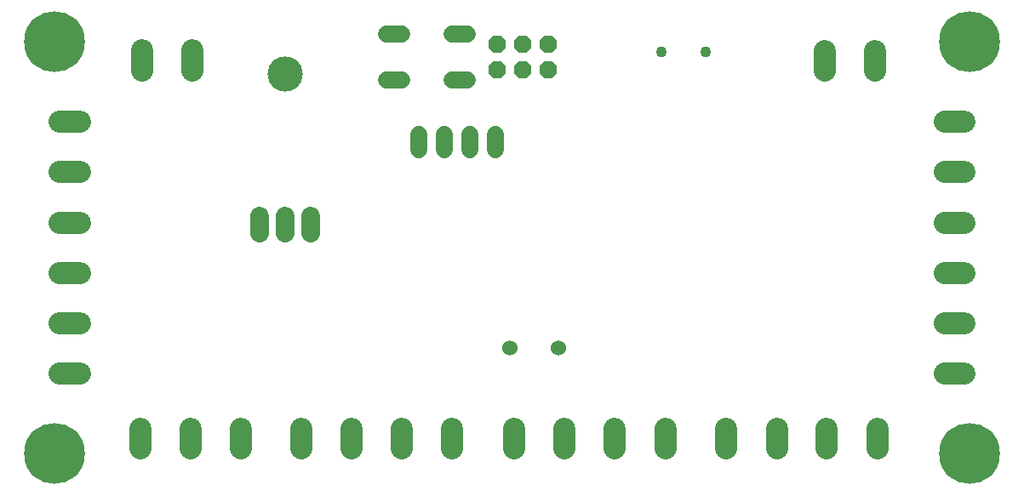
<source format=gbr>
G04 EAGLE Gerber RS-274X export*
G75*
%MOMM*%
%FSLAX34Y34*%
%LPD*%
%INSoldermask Bottom*%
%IPPOS*%
%AMOC8*
5,1,8,0,0,1.08239X$1,22.5*%
G01*
%ADD10C,1.879600*%
%ADD11C,3.505200*%
%ADD12C,2.184400*%
%ADD13C,6.045200*%
%ADD14C,1.524000*%
%ADD15C,1.727200*%
%ADD16P,1.869504X8X22.500000*%
%ADD17C,1.103200*%


D10*
X248600Y264918D02*
X248600Y281682D01*
X274000Y281682D02*
X274000Y264918D01*
X299400Y264918D02*
X299400Y281682D01*
D11*
X274000Y423160D03*
D12*
X181846Y426694D02*
X181846Y446506D01*
X131554Y446506D02*
X131554Y426694D01*
D13*
X955000Y45000D03*
X955000Y455000D03*
X45000Y45000D03*
X45000Y455000D03*
D14*
X546130Y150000D03*
X497870Y150000D03*
D15*
X455132Y417394D02*
X439892Y417394D01*
X439892Y462606D02*
X455132Y462606D01*
X390108Y417394D02*
X374868Y417394D01*
X374868Y462606D02*
X390108Y462606D01*
D16*
X484600Y427300D03*
X484600Y452700D03*
X510000Y427300D03*
X510000Y452700D03*
X535400Y427300D03*
X535400Y452700D03*
D17*
X692000Y445000D03*
X648000Y445000D03*
D15*
X483100Y362620D02*
X483100Y347380D01*
X457700Y347380D02*
X457700Y362620D01*
X432300Y362620D02*
X432300Y347380D01*
X406900Y347380D02*
X406900Y362620D01*
D12*
X289816Y69906D02*
X289816Y50094D01*
X340108Y50094D02*
X340108Y69906D01*
X389892Y69906D02*
X389892Y50094D01*
X440184Y50094D02*
X440184Y69906D01*
X501816Y69906D02*
X501816Y50094D01*
X552108Y50094D02*
X552108Y69906D01*
X601892Y69906D02*
X601892Y50094D01*
X652184Y50094D02*
X652184Y69906D01*
X712816Y69906D02*
X712816Y50094D01*
X763108Y50094D02*
X763108Y69906D01*
X812892Y69906D02*
X812892Y50094D01*
X863184Y50094D02*
X863184Y69906D01*
X930094Y124778D02*
X949906Y124778D01*
X949906Y174816D02*
X930094Y174816D01*
X930094Y224854D02*
X949906Y224854D01*
X949906Y275146D02*
X930094Y275146D01*
X930094Y325184D02*
X949906Y325184D01*
X949906Y375222D02*
X930094Y375222D01*
X861146Y426094D02*
X861146Y445906D01*
X810854Y445906D02*
X810854Y426094D01*
X69906Y375222D02*
X50094Y375222D01*
X50094Y325184D02*
X69906Y325184D01*
X69906Y275146D02*
X50094Y275146D01*
X50094Y224854D02*
X69906Y224854D01*
X69906Y174816D02*
X50094Y174816D01*
X50094Y124778D02*
X69906Y124778D01*
X129962Y69906D02*
X129962Y50094D01*
X180000Y50094D02*
X180000Y69906D01*
X230038Y69906D02*
X230038Y50094D01*
M02*

</source>
